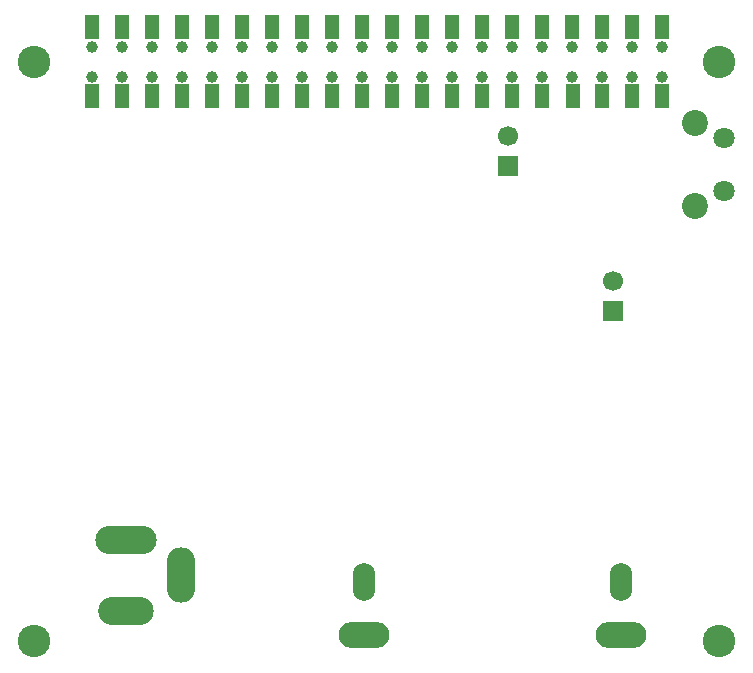
<source format=gbr>
G04 DipTrace 2.4.0.2*
%INBottomMask.gbr*%
%MOIN*%
%ADD15C,0.0394*%
%ADD52C,0.1083*%
%ADD68C,0.0866*%
%ADD69C,0.0709*%
%ADD75O,0.0945X0.185*%
%ADD77O,0.2047X0.0945*%
%ADD79O,0.185X0.0945*%
%ADD81C,0.0669*%
%ADD83R,0.0669X0.0669*%
%ADD85R,0.048X0.0787*%
%ADD87O,0.0748X0.126*%
%ADD89O,0.1693X0.0866*%
%FSLAX44Y44*%
G04*
G70*
G90*
G75*
G01*
%LNBotMask*%
%LPD*%
D89*
X16297Y5514D3*
D87*
Y7285D3*
D89*
X24878Y5514D3*
D87*
Y7285D3*
D85*
X26232Y25758D3*
X25232D3*
X24232D3*
X23232D3*
X22232D3*
X21232D3*
X20232D3*
X19232D3*
X18232D3*
X17232D3*
X16232D3*
X15232D3*
X14232D3*
X13232D3*
X12232D3*
X11232D3*
X10232D3*
X9232D3*
X8232D3*
X7232D3*
Y23455D3*
X8232D3*
X9232D3*
X10232D3*
X11232D3*
X12232D3*
X13232D3*
X14232D3*
X15232Y23484D3*
X16232Y23455D3*
X17232D3*
X18232D3*
X19232D3*
X20232D3*
X21232D3*
X22232D3*
X23261D3*
X24232D3*
X25232D3*
X26232D3*
D15*
X7232Y24106D3*
X8232D3*
X9232D3*
X10232D3*
X11232D3*
X12232D3*
X13232D3*
X14232D3*
X15232D3*
X16232D3*
X17232D3*
X18232D3*
X19232D3*
X20232D3*
X21232D3*
X22232D3*
X23232D3*
X24232D3*
X25232D3*
X26232D3*
X23232Y25106D3*
X24232D3*
X25232D3*
X26232D3*
X7232D3*
X8232D3*
X9232D3*
X10232D3*
X11232D3*
X12232D3*
X13232D3*
X14232D3*
X15232D3*
X16232D3*
X17232D3*
X18232D3*
X19232D3*
X20232D3*
X21232D3*
X22232D3*
D83*
X21125Y21121D3*
D81*
Y22121D3*
D83*
X24625Y16308D3*
D81*
Y17308D3*
D79*
X8363Y6312D3*
D77*
Y8674D3*
D75*
X10213Y7493D3*
D69*
X28312Y20308D3*
Y22078D3*
D68*
X27332Y22570D3*
X27328Y19810D3*
D52*
X5315Y24606D3*
Y5313D3*
X28150Y24606D3*
Y5315D3*
M02*

</source>
